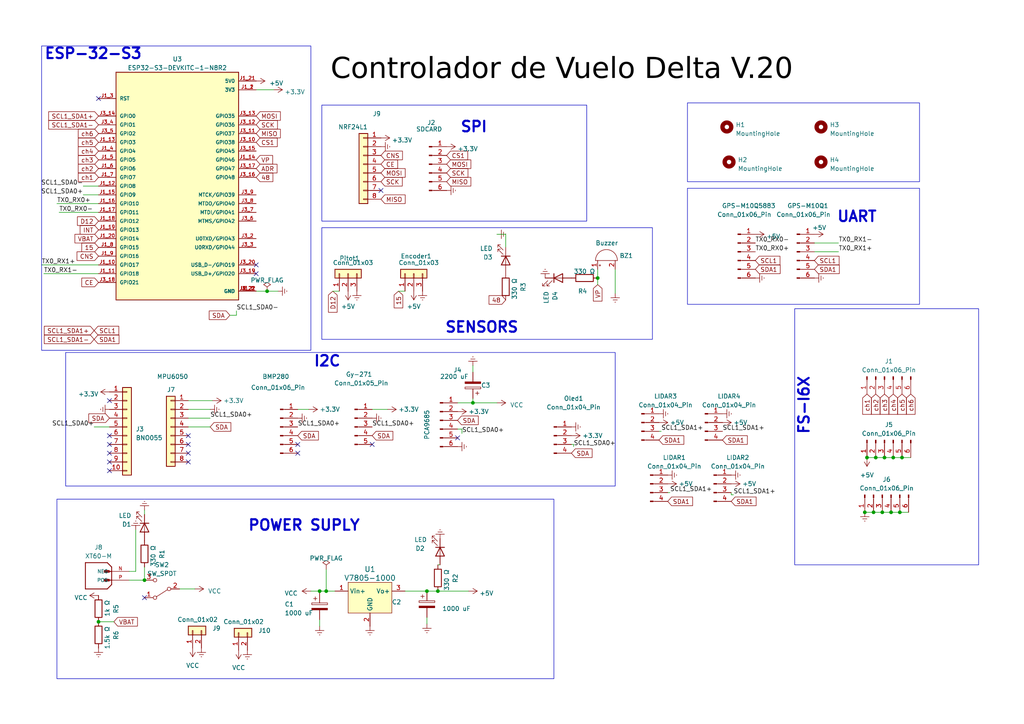
<source format=kicad_sch>
(kicad_sch (version 20231120) (generator "eeschema") (generator_version "8.0")
  (paper "A4")
  (lib_symbols
    (symbol "Connector:Conn_01x04_Pin" (pin_names (offset 1.016) hide)
      (property "Reference" "J" (at 0 5.08 0))
      (property "Value" "Conn_01x04_Pin" (at 0 -7.62 0))
      (symbol "Conn_01x04_Pin_1_1"
        (pin passive line (at 5.08 2.54 180) (length 3.81) (name "Pin_1") (number "1"))
        (pin passive line (at 5.08 0 180) (length 3.81) (name "Pin_2") (number "2"))
        (pin passive line (at 5.08 -2.54 180) (length 3.81) (name "Pin_3") (number "3"))
        (pin passive line (at 5.08 -5.08 180) (length 3.81) (name "Pin_4") (number "4"))
      )
    )
    (symbol "Connector:Conn_01x05_Pin" (pin_names (offset 1.016) hide)
      (property "Reference" "J" (at 0 7.62 0))
      (property "Value" "Conn_01x05_Pin" (at 0 -7.62 0))
      (symbol "Conn_01x05_Pin_1_1"
        (pin passive line (at 5.08 5.08 180) (length 3.81) (name "Pin_1") (number "1"))
        (pin passive line (at 5.08 2.54 180) (length 3.81) (name "Pin_2") (number "2"))
        (pin passive line (at 5.08 0 180) (length 3.81) (name "Pin_3") (number "3"))
        (pin passive line (at 5.08 -2.54 180) (length 3.81) (name "Pin_4") (number "4"))
        (pin passive line (at 5.08 -5.08 180) (length 3.81) (name "Pin_5") (number "5"))
      )
    )
    (symbol "Connector:Conn_01x06_Pin" (pin_names (offset 1.016) hide)
      (property "Reference" "J" (at 0 7.62 0))
      (property "Value" "Conn_01x06_Pin" (at 0 -10.16 0))
      (symbol "Conn_01x06_Pin_1_1"
        (pin passive line (at 5.08 5.08 180) (length 3.81) (name "Pin_1") (number "1"))
        (pin passive line (at 5.08 2.54 180) (length 3.81) (name "Pin_2") (number "2"))
        (pin passive line (at 5.08 0 180) (length 3.81) (name "Pin_3") (number "3"))
        (pin passive line (at 5.08 -2.54 180) (length 3.81) (name "Pin_4") (number "4"))
        (pin passive line (at 5.08 -5.08 180) (length 3.81) (name "Pin_5") (number "5"))
        (pin passive line (at 5.08 -7.62 180) (length 3.81) (name "Pin_6") (number "6"))
      )
    )
    (symbol "Connector_Generic:Conn_01x02" (pin_names (offset 1.016) hide)
      (property "Reference" "J" (at 0 2.54 0))
      (property "Value" "Conn_01x02" (at 0 -5.08 0))
      (symbol "Conn_01x02_1_1"
        (pin passive line (at -5.08 0 0) (length 3.81) (name "Pin_1") (number "1"))
        (pin passive line (at -5.08 -2.54 0) (length 3.81) (name "Pin_2") (number "2"))
      )
    )
    (symbol "Connector_Generic:Conn_01x03" (pin_names (offset 1.016) hide)
      (property "Reference" "J" (at 0 5.08 0))
      (property "Value" "Conn_01x03" (at 0 -5.08 0))
      (symbol "Conn_01x03_1_1"
        (pin passive line (at -5.08 2.54 0) (length 3.81) (name "Pin_1") (number "1"))
        (pin passive line (at -5.08 0 0) (length 3.81) (name "Pin_2") (number "2"))
        (pin passive line (at -5.08 -2.54 0) (length 3.81) (name "Pin_3") (number "3"))
      )
    )
    (symbol "Connector_Generic:Conn_01x08" (pin_names (offset 1.016) hide)
      (property "Reference" "J" (at 0 10.16 0))
      (property "Value" "Conn_01x08" (at 0 -12.7 0))
      (symbol "Conn_01x08_1_1"
        (pin passive line (at -5.08 7.62 0) (length 3.81) (name "Pin_1") (number "1"))
        (pin passive line (at -5.08 5.08 0) (length 3.81) (name "Pin_2") (number "2"))
        (pin passive line (at -5.08 2.54 0) (length 3.81) (name "Pin_3") (number "3"))
        (pin passive line (at -5.08 0 0) (length 3.81) (name "Pin_4") (number "4"))
        (pin passive line (at -5.08 -2.54 0) (length 3.81) (name "Pin_5") (number "5"))
        (pin passive line (at -5.08 -5.08 0) (length 3.81) (name "Pin_6") (number "6"))
        (pin passive line (at -5.08 -7.62 0) (length 3.81) (name "Pin_7") (number "7"))
        (pin passive line (at -5.08 -10.16 0) (length 3.81) (name "Pin_8") (number "8"))
      )
    )
    (symbol "Connector_Generic:Conn_01x10" (pin_names (offset 1.016) hide)
      (property "Reference" "J" (at 0 12.7 0))
      (property "Value" "Conn_01x10" (at 0 -15.24 0))
      (symbol "Conn_01x10_1_1"
        (pin passive line (at -5.08 10.16 0) (length 3.81) (name "Pin_1") (number "1"))
        (pin passive line (at -5.08 -12.7 0) (length 3.81) (name "Pin_10") (number "10"))
        (pin passive line (at -5.08 7.62 0) (length 3.81) (name "Pin_2") (number "2"))
        (pin passive line (at -5.08 5.08 0) (length 3.81) (name "Pin_3") (number "3"))
        (pin passive line (at -5.08 2.54 0) (length 3.81) (name "Pin_4") (number "4"))
        (pin passive line (at -5.08 0 0) (length 3.81) (name "Pin_5") (number "5"))
        (pin passive line (at -5.08 -2.54 0) (length 3.81) (name "Pin_6") (number "6"))
        (pin passive line (at -5.08 -5.08 0) (length 3.81) (name "Pin_7") (number "7"))
        (pin passive line (at -5.08 -7.62 0) (length 3.81) (name "Pin_8") (number "8"))
        (pin passive line (at -5.08 -10.16 0) (length 3.81) (name "Pin_9") (number "9"))
      )
    )
    (symbol "Device:Buzzer" (pin_names (offset 0.0254) hide)
      (property "Reference" "BZ" (at 3.81 1.27 0))
      (property "Value" "Buzzer" (at 3.81 -1.27 0))
      (symbol "Buzzer_1_1"
        (pin passive line (at -2.54 2.54 0) (length 2.54) (name "-") (number "1"))
        (pin passive line (at -2.54 -2.54 0) (length 2.54) (name "+") (number "2"))
      )
    )
    (symbol "Device:C_Polarized" (pin_numbers hide) (pin_names (offset 0.254))
      (property "Reference" "C" (at 0.635 2.54 0))
      (property "Value" "C_Polarized" (at 0.635 -2.54 0))
      (symbol "C_Polarized_1_1"
        (pin passive line (at 0 3.81 270) (length 2.794) (name "~") (number "1"))
        (pin passive line (at 0 -3.81 90) (length 2.794) (name "~") (number "2"))
      )
    )
    (symbol "Device:LED" (pin_numbers hide) (pin_names (offset 1.016) hide)
      (property "Reference" "D" (at 0 2.54 0))
      (property "Value" "LED" (at 0 -2.54 0))
      (symbol "LED_1_1"
        (pin passive line (at -3.81 0 0) (length 2.54) (name "K") (number "1"))
        (pin passive line (at 3.81 0 180) (length 2.54) (name "A") (number "2"))
      )
    )
    (symbol "Device:R" (pin_numbers hide) (pin_names (offset 0))
      (property "Reference" "R" (at 2.032 0 90))
      (property "Value" "R" (at 0 0 90))
      (symbol "R_1_1"
        (pin passive line (at 0 3.81 270) (length 1.27) (name "~") (number "1"))
        (pin passive line (at 0 -3.81 90) (length 1.27) (name "~") (number "2"))
      )
    )
    (symbol "Mechanical:MountingHole" (pin_names (offset 1.016))
      (property "Reference" "H" (at 0 5.08 0))
      (property "Value" "MountingHole" (at 0 3.175 0))
    )
    (symbol "Switch:SW_SPDT" (pin_names (offset 0) hide)
      (property "Reference" "SW" (at 0 4.318 0))
      (property "Value" "SW_SPDT" (at 0 -5.08 0))
      (symbol "SW_SPDT_1_1"
        (pin passive line (at 5.08 2.54 180) (length 2.54) (name "A") (number "1"))
        (pin passive line (at -5.08 0 0) (length 2.54) (name "B") (number "2"))
        (pin passive line (at 5.08 -2.54 180) (length 2.54) (name "C") (number "3"))
      )
    )
    (symbol "XT60-M:XT60-M" (pin_names (offset 1.016))
      (property "Reference" "J" (at 0 6.35 0))
      (property "Value" "XT60-M" (at 0 -5.08 0))
      (symbol "XT60-M_0_0"
        (pin passive line (at -5.08 0 0) (length 5.08) (name "NEG") (number "N"))
        (pin passive line (at -5.08 2.54 0) (length 5.08) (name "POS") (number "P"))
      )
    )
    (symbol "delta2:ESP32-S3-DEVKITC-1-N8R2" (pin_names (offset 1.016))
      (property "Reference" "U" (at -17.78 35.56 0))
      (property "Value" "ESP32-S3-DEVKITC-1-N8R2" (at -17.78 -35.56 0))
      (symbol "ESP32-S3-DEVKITC-1-N8R2_0_0"
        (pin power_in line (at 22.86 27.94 180) (length 5.08) (name "3V3") (number "J1_1"))
        (pin bidirectional line (at -22.86 -22.86 0) (length 5.08) (name "GPIO17") (number "J1_10"))
        (pin bidirectional line (at -22.86 -25.4 0) (length 5.08) (name "GPIO18") (number "J1_11"))
        (pin bidirectional line (at -22.86 0 0) (length 5.08) (name "GPIO8") (number "J1_12"))
        (pin bidirectional line (at -22.86 12.7 0) (length 5.08) (name "GPIO3") (number "J1_13"))
        (pin bidirectional line (at 22.86 7.62 180) (length 5.08) (name "GPIO46") (number "J1_14"))
        (pin bidirectional line (at -22.86 -2.54 0) (length 5.08) (name "GPIO9") (number "J1_15"))
        (pin bidirectional line (at -22.86 -5.08 0) (length 5.08) (name "GPIO10") (number "J1_16"))
        (pin bidirectional line (at -22.86 -7.62 0) (length 5.08) (name "GPIO11") (number "J1_17"))
        (pin bidirectional line (at -22.86 -10.16 0) (length 5.08) (name "GPIO12") (number "J1_18"))
        (pin bidirectional line (at -22.86 -12.7 0) (length 5.08) (name "GPIO13") (number "J1_19"))
        (pin power_in line (at 22.86 27.94 180) (length 5.08) (name "3V3") (number "J1_2"))
        (pin bidirectional line (at -22.86 -15.24 0) (length 5.08) (name "GPIO14") (number "J1_20"))
        (pin power_in line (at 22.86 30.48 180) (length 5.08) (name "5V0") (number "J1_21"))
        (pin power_in line (at 22.86 -30.48 180) (length 5.08) (name "GND") (number "J1_22"))
        (pin input line (at -22.86 25.4 0) (length 5.08) (name "RST") (number "J1_3"))
        (pin bidirectional line (at -22.86 10.16 0) (length 5.08) (name "GPIO4") (number "J1_4"))
        (pin bidirectional line (at -22.86 7.62 0) (length 5.08) (name "GPIO5") (number "J1_5"))
        (pin bidirectional line (at -22.86 5.08 0) (length 5.08) (name "GPIO6") (number "J1_6"))
        (pin bidirectional line (at -22.86 2.54 0) (length 5.08) (name "GPIO7") (number "J1_7"))
        (pin bidirectional line (at -22.86 -17.78 0) (length 5.08) (name "GPIO15") (number "J1_8"))
        (pin bidirectional line (at -22.86 -20.32 0) (length 5.08) (name "GPIO16") (number "J1_9"))
        (pin power_in line (at 22.86 -30.48 180) (length 5.08) (name "GND") (number "J3_1"))
        (pin bidirectional line (at 22.86 12.7 180) (length 5.08) (name "GPIO38") (number "J3_10"))
        (pin bidirectional line (at 22.86 15.24 180) (length 5.08) (name "GPIO37") (number "J3_11"))
        (pin bidirectional line (at 22.86 17.78 180) (length 5.08) (name "GPIO36") (number "J3_12"))
        (pin bidirectional line (at 22.86 20.32 180) (length 5.08) (name "GPIO35") (number "J3_13"))
        (pin bidirectional line (at -22.86 20.32 0) (length 5.08) (name "GPIO0") (number "J3_14"))
        (pin bidirectional line (at 22.86 10.16 180) (length 5.08) (name "GPIO45") (number "J3_15"))
        (pin bidirectional line (at 22.86 2.54 180) (length 5.08) (name "GPIO48") (number "J3_16"))
        (pin bidirectional line (at 22.86 5.08 180) (length 5.08) (name "GPIO47") (number "J3_17"))
        (pin bidirectional line (at -22.86 -27.94 0) (length 5.08) (name "GPIO21") (number "J3_18"))
        (pin bidirectional line (at 22.86 -25.4 180) (length 5.08) (name "USB_D+/GPIO20") (number "J3_19"))
        (pin bidirectional line (at 22.86 -15.24 180) (length 5.08) (name "U0TXD/GPIO43") (number "J3_2"))
        (pin bidirectional line (at 22.86 -22.86 180) (length 5.08) (name "USB_D-/GPIO19") (number "J3_20"))
        (pin power_in line (at 22.86 -30.48 180) (length 5.08) (name "GND") (number "J3_21"))
        (pin power_in line (at 22.86 -30.48 180) (length 5.08) (name "GND") (number "J3_22"))
        (pin bidirectional line (at 22.86 -17.78 180) (length 5.08) (name "U0RXD/GPIO44") (number "J3_3"))
        (pin bidirectional line (at -22.86 17.78 0) (length 5.08) (name "GPIO1") (number "J3_4"))
        (pin bidirectional line (at -22.86 15.24 0) (length 5.08) (name "GPIO2") (number "J3_5"))
        (pin bidirectional line (at 22.86 -10.16 180) (length 5.08) (name "MTMS/GPIO42") (number "J3_6"))
        (pin bidirectional line (at 22.86 -7.62 180) (length 5.08) (name "MTDI/GPIO41") (number "J3_7"))
        (pin bidirectional line (at 22.86 -5.08 180) (length 5.08) (name "MTDO/GPIO40") (number "J3_8"))
        (pin bidirectional line (at 22.86 -2.54 180) (length 5.08) (name "MTCK/GPIO39") (number "J3_9"))
      )
    )
    (symbol "dk_DC-DC-Converters:V7805-1000"
      (property "Reference" "U" (at -6.35 6.35 0))
      (property "Value" "V7805-1000" (at 1.27 -5.08 0))
      (symbol "V7805-1000_1_1"
        (pin power_in line (at -10.16 2.54 0) (length 3.81) (name "Vin+") (number "1"))
        (pin power_in line (at 0 -7.62 90) (length 3.81) (name "GND") (number "2"))
        (pin power_out line (at 10.16 2.54 180) (length 3.81) (name "Vo+") (number "3"))
      )
    )
    (symbol "power:+3.3V" (power) (pin_names (offset 0))
      (property "Value" "+3.3V" (at 0 3.556 0))
      (symbol "+3.3V_1_1"
        (pin power_in line (at 0 0 90) (length 0) hide (name "+3.3V") (number "1"))
      )
    )
    (symbol "power:+5V" (power) (pin_names (offset 0))
      (property "Value" "+5V" (at 0 3.556 0))
      (symbol "+5V_1_1"
        (pin power_in line (at 0 0 90) (length 0) hide (name "+5V") (number "1"))
      )
    )
    (symbol "power:Earth" (power) (pin_names (offset 0))
      (symbol "Earth_1_1"
        (pin power_in line (at 0 0 270) (length 0) hide (name "Earth") (number "1"))
      )
    )
    (symbol "power:PWR_FLAG" (power) (pin_numbers hide) (pin_names (offset 0) hide)
      (property "Value" "PWR_FLAG" (at 0 3.81 0))
      (symbol "PWR_FLAG_0_0"
        (pin power_out line (at 0 0 90) (length 0) (name "pwr") (number "1"))
      )
    )
    (symbol "power:VCC" (power) (pin_names (offset 0))
      (property "Value" "VCC" (at 0 3.81 0))
      (symbol "VCC_1_1"
        (pin power_in line (at 0 0 90) (length 0) hide (name "VCC") (number "1"))
      )
    )
  )
  (junction (at 259.08 132.715))
  (junction (at 254 132.715))
  (junction (at 137.16 116.84))
  (junction (at 173.355 80.645))
  (junction (at 253.365 148.59))
  (junction (at 261.62 132.715))
  (junction (at 123.825 171.45))
  (junction (at 256.54 132.715))
  (junction (at 250.825 148.59))
  (junction (at 258.445 148.59))
  (junction (at 260.985 148.59))
  (junction (at 28.575 180.34))
  (junction (at 41.91 168.275))
  (junction (at 127 171.45))
  (junction (at 251.46 132.715))
  (junction (at 92.71 171.45))
  (junction (at 77.47 84.455))
  (junction (at 255.905 148.59))
  (junction (at 94.615 171.45))
  (no_connect (at 31.75 116.205))
  (no_connect (at 31.75 136.525))
  (no_connect (at 54.61 128.905))
  (no_connect (at 28.575 28.575))
  (no_connect (at 31.75 131.445))
  (no_connect (at 31.75 133.985))
  (no_connect (at 54.61 126.365))
  (no_connect (at 31.75 128.905))
  (no_connect (at 110.49 55.245))
  (no_connect (at 74.295 76.835))
  (no_connect (at 31.75 126.365))
  (no_connect (at 41.91 173.355))
  (no_connect (at 54.61 131.445))
  (no_connect (at 86.36 131.445))
  (no_connect (at 54.61 133.985))
  (no_connect (at 107.95 128.905))
  (no_connect (at 86.36 128.905))
  (no_connect (at 74.295 79.375))
  (no_connect (at 132.715 127))
  (wire (pts (xy 212.725 143.51) (xy 212.09 143.51)))
  (wire (pts (xy 12.065 76.835) (xy 28.575 76.835)))
  (wire (pts (xy 39.37 165.735) (xy 39.37 153.67)))
  (wire (pts (xy 137.16 116.84) (xy 132.715 116.84)))
  (wire (pts (xy 28.575 180.34) (xy 33.02 180.34)))
  (wire (pts (xy 92.71 171.45) (xy 94.615 171.45)))
  (wire (pts (xy 250.825 148.59) (xy 253.365 148.59)))
  (wire (pts (xy 12.7 79.375) (xy 28.575 79.375)))
  (wire (pts (xy 137.16 106.045) (xy 137.16 107.95)))
  (wire (pts (xy 96.52 84.455) (xy 98.425 84.455)))
  (wire (pts (xy 133.985 124.46) (xy 132.715 124.46)))
  (wire (pts (xy 260.985 148.59) (xy 263.525 148.59)))
  (wire (pts (xy 94.615 165.1) (xy 94.615 171.45)))
  (wire (pts (xy 77.47 84.455) (xy 74.295 84.455)))
  (wire (pts (xy 86.36 118.745) (xy 89.535 118.745)))
  (wire (pts (xy 24.13 56.515) (xy 28.575 56.515)))
  (wire (pts (xy 68.58 91.44) (xy 66.675 91.44)))
  (wire (pts (xy 123.825 171.45) (xy 117.475 171.45)))
  (wire (pts (xy 24.13 53.975) (xy 28.575 53.975)))
  (wire (pts (xy 27.305 123.825) (xy 31.75 123.825)))
  (wire (pts (xy 37.465 168.275) (xy 41.91 168.275)))
  (wire (pts (xy 127 163.83) (xy 127.635 163.83)))
  (wire (pts (xy 92.71 172.085) (xy 92.71 171.45)))
  (wire (pts (xy 54.61 118.745) (xy 60.96 118.745)))
  (wire (pts (xy 107.95 118.745) (xy 112.395 118.745)))
  (wire (pts (xy 127 171.45) (xy 123.825 171.45)))
  (wire (pts (xy 37.465 165.735) (xy 39.37 165.735)))
  (wire (pts (xy 166.37 129.54) (xy 166.37 128.905)))
  (wire (pts (xy 178.435 85.09) (xy 178.435 78.105)))
  (wire (pts (xy 68.58 90.17) (xy 68.58 91.44)))
  (wire (pts (xy 90.17 171.45) (xy 92.71 171.45)))
  (wire (pts (xy 251.46 132.715) (xy 254 132.715)))
  (wire (pts (xy 74.295 26.035) (xy 79.375 26.035)))
  (wire (pts (xy 92.71 181.61) (xy 92.71 179.705)))
  (wire (pts (xy 243.205 73.025) (xy 236.22 73.025)))
  (wire (pts (xy 254 132.715) (xy 256.54 132.715)))
  (wire (pts (xy 137.16 115.57) (xy 137.16 116.84)))
  (wire (pts (xy 52.07 170.815) (xy 56.515 170.815)))
  (wire (pts (xy 243.205 70.485) (xy 236.22 70.485)))
  (wire (pts (xy 80.645 84.455) (xy 77.47 84.455)))
  (wire (pts (xy 54.61 116.205) (xy 61.595 116.205)))
  (wire (pts (xy 173.355 82.55) (xy 173.355 80.645)))
  (wire (pts (xy 41.91 168.275) (xy 41.91 164.465)))
  (wire (pts (xy 253.365 148.59) (xy 255.905 148.59)))
  (wire (pts (xy 115.57 84.455) (xy 117.475 84.455)))
  (wire (pts (xy 41.91 147.955) (xy 41.91 149.225)))
  (wire (pts (xy 54.61 123.825) (xy 60.96 123.825)))
  (wire (pts (xy 123.825 179.07) (xy 123.825 180.975)))
  (wire (pts (xy 173.355 80.645) (xy 173.355 78.105)))
  (wire (pts (xy 54.61 121.285) (xy 60.96 121.285)))
  (wire (pts (xy 94.615 171.45) (xy 97.155 171.45)))
  (wire (pts (xy 256.54 132.715) (xy 259.08 132.715)))
  (wire (pts (xy 191.77 125.095) (xy 191.135 125.095)))
  (wire (pts (xy 146.685 67.945) (xy 146.685 71.755)))
  (wire (pts (xy 258.445 148.59) (xy 260.985 148.59)))
  (wire (pts (xy 261.62 132.715) (xy 264.16 132.715)))
  (wire (pts (xy 133.985 125.73) (xy 133.985 124.46)))
  (wire (pts (xy 16.51 59.055) (xy 28.575 59.055)))
  (wire (pts (xy 194.31 142.875) (xy 193.675 142.875)))
  (wire (pts (xy 127 171.45) (xy 135.89 171.45)))
  (wire (pts (xy 144.145 67.945) (xy 146.685 67.945)))
  (wire (pts (xy 144.145 116.84) (xy 137.16 116.84)))
  (wire (pts (xy 28.575 61.595) (xy 17.145 61.595)))
  (wire (pts (xy 255.905 148.59) (xy 258.445 148.59)))
  (wire (pts (xy 166.37 128.905) (xy 165.735 128.905)))
  (wire (pts (xy 212.09 143.51) (xy 212.09 142.875)))
  (wire (pts (xy 259.08 132.715) (xy 261.62 132.715)))
  (rectangle (start 199.39 29.845) (end 266.7 52.705))
  (rectangle (start 93.345 30.48) (end 170.18 64.135))
  (rectangle (start 12.065 13.335) (end 90.17 101.6))
  (rectangle (start 230.505 89.535) (end 283.845 163.83))
  (rectangle (start 16.51 144.78) (end 160.655 196.85))
  (rectangle (start 199.39 54.61) (end 266.7 88.265))
  (rectangle (start 19.05 102.235) (end 178.435 140.97))
  (rectangle (start 93.345 66.04) (end 189.23 98.425))
  (text "I2C\n" (at 90.805 106.68 0) (effects (font (size 3.048 3.048) (thickness 0.6096) (bold yes)) (justify left bottom)))
  (text "UART\n" (at 242.57 64.77 0) (effects (font (size 3.048 3.048) (thickness 0.6096) (bold yes)) (justify left bottom)))
  (text "POWER SUPLY\n" (at 71.755 154.305 0) (effects (font (size 3.048 3.048) (thickness 0.6096) (bold yes)) (justify left bottom)))
  (text "SENSORS\n\n\n" (at 128.905 106.68 0) (effects (font (size 3.048 3.048) (thickness 0.6096) (bold yes)) (justify left bottom)))
  (text "FS-I6X" (at 234.95 126.365 90) (effects (font (size 3.048 3.048) (thickness 0.6096) (bold yes)) (justify left bottom)))
  (text "SPI\n" (at 133.35 38.735 0) (effects (font (size 3.048 3.048) (thickness 0.6096) (bold yes)) (justify left bottom)))
  (text "Controlador de Vuelo Delta V.20" (at 95.885 25.4 0) (effects (font (size 6 6)) (justify left bottom)))
  (text "ESP-32-S3\n\n\n" (at 12.7 27.305 0) (effects (font (size 3.048 3.048) (thickness 0.6096) (bold yes)) (justify left bottom)))
  (label "SCL1_SDA0+" (at 86.36 123.825 0))
  (label "SCL1_SDA0+" (at 60.96 121.285 0))
  (label "SCL1_SDA0+" (at 166.37 129.54 0))
  (label "TX0_RX0+" (at 219.075 73.025 0))
  (label "SCL1_SDA0+" (at 27.305 123.825 180))
  (label "SCL1_SDA0+" (at 133.985 125.73 0))
  (label "SCL1_SDA1+" (at 209.55 125.095 0))
  (label "TX0_RX1-" (at 243.205 70.485 0))
  (label "SCL1_SDA0-" (at 24.13 53.975 180))
  (label "SCL1_SDA1+" (at 191.77 125.095 0))
  (label "SCL1_SDA1+" (at 194.31 142.875 0))
  (label "TX0_RX0-" (at 17.145 61.595 0))
  (label "TX0_RX0+" (at 16.51 59.055 0))
  (label "TX0_RX1-" (at 12.7 79.375 0))
  (label "SCL1_SDA0-" (at 68.58 90.17 0))
  (label "TX0_RX1+" (at 243.205 73.025 0))
  (label "SCL1_SDA1+" (at 212.725 143.51 0))
  (label "SCL1_SDA0+" (at 107.95 123.825 0))
  (label "TX0_RX0-" (at 219.075 70.485 0))
  (label "TX0_RX1+" (at 12.065 76.835 0))
  (label "SCL1_SDA0+" (at 24.13 56.515 180))
  (global_label "CS1" (shape input) (at 129.54 45.085 0) (property "Intersheetrefs" "${INTERSHEET_REFS}" (effects (hide yes))))
  (global_label "SDA" (shape input) (at 31.75 121.285 180) (property "Intersheetrefs" "${INTERSHEET_REFS}" (effects (hide yes))))
  (global_label "VP" (shape input) (at 173.355 82.55 270) (property "Intersheetrefs" "${INTERSHEET_REFS}" (effects (hide yes))))
  (global_label "ch4" (shape input) (at 28.575 43.815 180) (property "Intersheetrefs" "${INTERSHEET_REFS}" (effects (hide yes))))
  (global_label "SDA" (shape input) (at 132.715 121.92 0) (property "Intersheetrefs" "${INTERSHEET_REFS}" (effects (hide yes))))
  (global_label "MOSI" (shape input) (at 129.54 47.625 0) (property "Intersheetrefs" "${INTERSHEET_REFS}" (effects (hide yes))))
  (global_label "ch1" (shape input) (at 28.575 51.435 180) (property "Intersheetrefs" "${INTERSHEET_REFS}" (effects (hide yes))))
  (global_label "SDA" (shape input) (at 165.735 131.445 0) (property "Intersheetrefs" "${INTERSHEET_REFS}" (effects (hide yes))))
  (global_label "ADR" (shape input) (at 74.295 48.895 0) (property "Intersheetrefs" "${INTERSHEET_REFS}" (effects (hide yes))))
  (global_label "VBAT" (shape input) (at 33.02 180.34 0) (property "Intersheetrefs" "${INTERSHEET_REFS}" (effects (hide yes))))
  (global_label "15" (shape input) (at 28.575 71.755 180) (property "Intersheetrefs" "${INTERSHEET_REFS}" (effects (hide yes))))
  (global_label "MOSI" (shape input) (at 74.295 33.655 0) (property "Intersheetrefs" "${INTERSHEET_REFS}" (effects (hide yes))))
  (global_label "VP" (shape input) (at 74.295 46.355 0) (property "Intersheetrefs" "${INTERSHEET_REFS}" (effects (hide yes))))
  (global_label "ch3" (shape input) (at 256.54 114.3 270) (property "Intersheetrefs" "${INTERSHEET_REFS}" (effects (hide yes))))
  (global_label "ch2" (shape input) (at 28.575 48.895 180) (property "Intersheetrefs" "${INTERSHEET_REFS}" (effects (hide yes))))
  (global_label "15" (shape input) (at 115.57 84.455 270) (property "Intersheetrefs" "${INTERSHEET_REFS}" (effects (hide yes))))
  (global_label "SDA" (shape input) (at 66.675 91.44 180) (property "Intersheetrefs" "${INTERSHEET_REFS}" (effects (hide yes))))
  (global_label "MISO" (shape input) (at 110.49 57.785 0) (property "Intersheetrefs" "${INTERSHEET_REFS}" (effects (hide yes))))
  (global_label "SDA1" (shape input) (at 212.09 145.415 0) (property "Intersheetrefs" "${INTERSHEET_REFS}" (effects (hide yes))))
  (global_label "MOSI" (shape input) (at 110.49 50.165 0) (property "Intersheetrefs" "${INTERSHEET_REFS}" (effects (hide yes))))
  (global_label "SCL1" (shape input) (at 27.305 95.885 0) (property "Intersheetrefs" "${INTERSHEET_REFS}" (effects (hide yes))))
  (global_label "ch6" (shape input) (at 264.16 114.3 270) (property "Intersheetrefs" "${INTERSHEET_REFS}" (effects (hide yes))))
  (global_label "SCL1_SDA1-" (shape input) (at 27.305 98.425 180) (property "Intersheetrefs" "${INTERSHEET_REFS}" (effects (hide yes))))
  (global_label "48" (shape input) (at 74.295 51.435 0) (property "Intersheetrefs" "${INTERSHEET_REFS}" (effects (hide yes))))
  (global_label "SCL1_SDA1+" (shape input) (at 28.575 33.655 180) (property "Intersheetrefs" "${INTERSHEET_REFS}" (effects (hide yes))))
  (global_label "SDA" (shape input) (at 86.36 126.365 0) (property "Intersheetrefs" "${INTERSHEET_REFS}" (effects (hide yes))))
  (global_label "SCL1_SDA1+" (shape input) (at 27.305 95.885 180) (property "Intersheetrefs" "${INTERSHEET_REFS}" (effects (hide yes))))
  (global_label "ch5" (shape input) (at 261.62 114.3 270) (property "Intersheetrefs" "${INTERSHEET_REFS}" (effects (hide yes))))
  (global_label "48" (shape input) (at 146.685 86.995 180) (property "Intersheetrefs" "${INTERSHEET_REFS}" (effects (hide yes))))
  (global_label "D12" (shape input) (at 28.575 64.135 180) (property "Intersheetrefs" "${INTERSHEET_REFS}" (effects (hide yes))))
  (global_label "ch6" (shape input) (at 28.575 38.735 180) (property "Intersheetrefs" "${INTERSHEET_REFS}" (effects (hide yes))))
  (global_label "CE" (shape input) (at 110.49 47.625 0) (property "Intersheetrefs" "${INTERSHEET_REFS}" (effects (hide yes))))
  (global_label "SDA1" (shape input) (at 193.675 145.415 0) (property "Intersheetrefs" "${INTERSHEET_REFS}" (effects (hide yes))))
  (global_label "SDA1" (shape input) (at 27.305 98.425 0) (property "Intersheetrefs" "${INTERSHEET_REFS}" (effects (hide yes))))
  (global_label "ch4" (shape input) (at 259.08 114.3 270) (property "Intersheetrefs" "${INTERSHEET_REFS}" (effects (hide yes))))
  (global_label "CE" (shape input) (at 28.575 81.915 180) (property "Intersheetrefs" "${INTERSHEET_REFS}" (effects (hide yes))))
  (global_label "MISO" (shape input) (at 74.295 38.735 0) (property "Intersheetrefs" "${INTERSHEET_REFS}" (effects (hide yes))))
  (global_label "CS1" (shape input) (at 74.295 41.275 0) (property "Intersheetrefs" "${INTERSHEET_REFS}" (effects (hide yes))))
  (global_label "SCL1" (shape input) (at 236.22 75.565 0) (property "Intersheetrefs" "${INTERSHEET_REFS}" (effects (hide yes))))
  (global_label "MISO" (shape input) (at 129.54 52.705 0) (property "Intersheetrefs" "${INTERSHEET_REFS}" (effects (hide yes))))
  (global_label "D12" (shape input) (at 96.52 84.455 270) (property "Intersheetrefs" "${INTERSHEET_REFS}" (effects (hide yes))))
  (global_label "ch5" (shape input) (at 28.575 41.275 180) (property "Intersheetrefs" "${INTERSHEET_REFS}" (effects (hide yes))))
  (global_label "ch1" (shape input) (at 251.46 114.3 270) (property "Intersheetrefs" "${INTERSHEET_REFS}" (effects (hide yes))))
  (global_label "CNS" (shape input) (at 110.49 45.085 0) (property "Intersheetrefs" "${INTERSHEET_REFS}" (effects (hide yes))))
  (global_label "SCK" (shape input) (at 129.54 50.165 0) (property "Intersheetrefs" "${INTERSHEET_REFS}" (effects (hide yes))))
  (global_label "ch3" (shape input) (at 28.575 46.355 180) (property "Intersheetrefs" "${INTERSHEET_REFS}" (effects (hide yes))))
  (global_label "SCK" (shape input) (at 74.295 36.195 0) (property "Intersheetrefs" "${INTERSHEET_REFS}" (effects (hide yes))))
  (global_label "SDA1" (shape input) (at 219.075 78.105 0) (property "Intersheetrefs" "${INTERSHEET_REFS}" (effects (hide yes))))
  (global_label "SCK" (shape input) (at 110.49 52.705 0) (property "Intersheetrefs" "${INTERSHEET_REFS}" (effects (hide yes))))
  (global_label "SCL1_SDA1-" (shape input) (at 28.575 36.195 180) (property "Intersheetrefs" "${INTERSHEET_REFS}" (effects (hide yes))))
  (global_label "SDA1" (shape input) (at 191.135 127.635 0) (property "Intersheetrefs" "${INTERSHEET_REFS}" (effects (hide yes))))
  (global_label "ch2" (shape input) (at 254 114.3 270) (property "Intersheetrefs" "${INTERSHEET_REFS}" (effects (hide yes))))
  (global_label "SDA1" (shape input) (at 209.55 127.635 0) (property "Intersheetrefs" "${INTERSHEET_REFS}" (effects (hide yes))))
  (global_label "CNS" (shape input) (at 28.575 74.295 180) (property "Intersheetrefs" "${INTERSHEET_REFS}" (effects (hide yes))))
  (global_label "SDA" (shape input) (at 60.96 123.825 0) (property "Intersheetrefs" "${INTERSHEET_REFS}" (effects (hide yes))))
  (global_label "SCL1" (shape input) (at 219.075 75.565 0) (property "Intersheetrefs" "${INTERSHEET_REFS}" (effects (hide yes))))
  (global_label "INT" (shape input) (at 28.575 66.675 180) (property "Intersheetrefs" "${INTERSHEET_REFS}" (effects (hide yes))))
  (global_label "SDA" (shape input) (at 107.95 126.365 0) (property "Intersheetrefs" "${INTERSHEET_REFS}" (effects (hide yes))))
  (global_label "VBAT" (shape input) (at 28.575 69.215 180) (property "Intersheetrefs" "${INTERSHEET_REFS}" (effects (hide yes))))
  (global_label "SDA1" (shape input) (at 236.22 78.105 0) (property "Intersheetrefs" "${INTERSHEET_REFS}" (effects (hide yes))))
  (symbol (lib_id "power:+5V") (at 135.89 171.45 270) (unit 1)
    (property "Reference" "#PWR022" (effects (hide yes)))
    (property "Value" "+5V" (at 139.065 172.085 90) (effects (justify left)))
  )
  (symbol (lib_id "power:Earth") (at 28.575 187.96 0) (unit 1)
    (property "Reference" "#PWR052" (effects (hide yes)))
    (property "Value" "Earth" (effects (hide yes)))
  )
  (symbol (lib_id "power:Earth") (at 86.36 121.285 90) (unit 1)
    (property "Reference" "#PWR015" (effects (hide yes)))
    (property "Value" "Earth" (effects (hide yes)))
  )
  (symbol (lib_id "power:Earth") (at 137.16 106.045 180) (unit 1)
    (property "Reference" "#PWR027" (effects (hide yes)))
    (property "Value" "Earth" (effects (hide yes)))
  )
  (symbol (lib_id "Connector:Conn_01x06_Pin") (at 231.14 73.025 0) (unit 1)
    (property "Reference" "GPS-M10Q1" (at 234.315 59.69 0))
    (property "Value" "Conn_01x06_Pin" (at 233.045 62.23 0))
    (property "Footprint" "Connector_JST:JST_EH_B6B-EH-A_1x06_P2.50mm_Vertical" (effects (hide yes)))
  )
  (symbol (lib_id "power:Earth") (at 110.49 42.545 90) (unit 1)
    (property "Reference" "#PWR017" (effects (hide yes)))
    (property "Value" "Earth" (effects (hide yes)))
  )
  (symbol (lib_id "Device:LED") (at 41.91 153.035 270) (unit 1)
    (property "Reference" "D1" (at 38.1 152.0825 90) (effects (justify right)))
    (property "Value" "LED" (at 38.1 149.5425 90) (effects (justify right)))
    (property "Footprint" "LED_SMD:LED_0402_1005Metric" (effects (hide yes)))
  )
  (symbol (lib_id "power:VCC") (at 56.515 170.815 270) (unit 1)
    (property "Reference" "#PWR06" (effects (hide yes)))
    (property "Value" "VCC" (at 60.325 171.45 90) (effects (justify left)))
  )
  (symbol (lib_id "Device:LED") (at 161.925 80.645 0) (unit 1)
    (property "Reference" "D4" (at 160.9725 84.455 90) (effects (justify right)))
    (property "Value" "LED" (at 158.4325 84.455 90) (effects (justify right)))
    (property "Footprint" "LED_SMD:LED_0402_1005Metric" (effects (hide yes)))
  )
  (symbol (lib_id "power:+3.3V") (at 31.75 113.665 90) (unit 1)
    (property "Reference" "#PWR032" (effects (hide yes)))
    (property "Value" "+3.3V" (at 28.575 114.3 90) (effects (justify left)))
  )
  (symbol (lib_id "Connector:Conn_01x06_Pin") (at 256.54 109.22 90) (mirror x) (unit 1)
    (property "Reference" "J1" (at 257.81 104.775 90))
    (property "Value" "Conn_01x06_Pin" (at 257.81 107.315 90))
    (property "Footprint" "Connector_JST:JST_EH_B6B-EH-A_1x06_P2.50mm_Vertical" (effects (hide yes)))
  )
  (symbol (lib_id "Connector:Conn_01x04_Pin") (at 186.055 122.555 0) (unit 1)
    (property "Reference" "LIDAR3" (at 193.04 114.935 0))
    (property "Value" "Conn_01x04_Pin" (at 193.04 117.475 0))
    (property "Footprint" "Connector_JST:JST_EH_B4B-EH-A_1x04_P2.50mm_Vertical" (effects (hide yes)))
  )
  (symbol (lib_id "power:Earth") (at 92.71 181.61 0) (unit 1)
    (property "Reference" "#PWR024" (effects (hide yes)))
    (property "Value" "Earth" (effects (hide yes)))
  )
  (symbol (lib_id "Device:LED") (at 127.635 160.02 270) (unit 1)
    (property "Reference" "D2" (at 123.19 159.0675 90) (effects (justify right)))
    (property "Value" "LED" (at 123.825 156.5275 90) (effects (justify right)))
    (property "Footprint" "LED_SMD:LED_0402_1005Metric" (effects (hide yes)))
  )
  (symbol (lib_id "Device:R") (at 41.91 160.655 180) (unit 1)
    (property "Reference" "R1" (at 46.99 159.385 90) (effects (justify left)))
    (property "Value" "330 Ω" (at 44.45 158.115 90) (effects (justify left)))
    (property "Footprint" "Resistor_SMD:R_0603_1608Metric" (effects (hide yes)))
  )
  (symbol (lib_id "power:Earth") (at 31.75 118.745 270) (unit 1)
    (property "Reference" "#PWR033" (effects (hide yes)))
    (property "Value" "Earth" (effects (hide yes)))
  )
  (symbol (lib_id "Connector:Conn_01x06_Pin") (at 81.28 123.825 0) (unit 1)
    (property "Reference" "BMP280" (at 80.01 109.22 0))
    (property "Value" "Conn_01x06_Pin" (at 80.645 112.395 0))
    (property "Footprint" "Library:module_bme280" (effects (hide yes)))
  )
  (symbol (lib_id "power:+5V") (at 120.015 84.455 180) (unit 1)
    (property "Reference" "#PWR038" (effects (hide yes)))
    (property "Value" "+5V" (at 120.015 88.9 0))
  )
  (symbol (lib_id "power:+3.3V") (at 110.49 40.005 270) (unit 1)
    (property "Reference" "#PWR016" (effects (hide yes)))
    (property "Value" "+3.3V" (at 113.665 40.64 90) (effects (justify left)))
  )
  (symbol (lib_id "Mechanical:MountingHole") (at 210.82 36.83 0) (unit 1)
    (property "Reference" "H1" (at 213.36 36.195 0) (effects (justify left)))
    (property "Value" "MountingHole" (at 213.36 38.735 0) (effects (justify left)))
    (property "Footprint" "MountingHole:MountingHole_3mm_Pad" (effects (hide yes)))
  )
  (symbol (lib_id "power:Earth") (at 165.735 123.825 90) (unit 1)
    (property "Reference" "#PWR028" (effects (hide yes)))
    (property "Value" "Earth" (effects (hide yes)))
  )
  (symbol (lib_id "power:VCC") (at 28.575 172.72 90) (unit 1)
    (property "Reference" "#PWR053" (effects (hide yes)))
    (property "Value" "VCC" (at 25.4 173.355 90) (effects (justify left)))
  )
  (symbol (lib_id "Connector:Conn_01x06_Pin") (at 127.635 121.92 0) (unit 1)
    (property "Reference" "J4" (at 132.715 107.315 0))
    (property "Value" "PCA9685" (at 123.825 123.19 90))
    (property "Footprint" "Library:PCA 9685" (effects (hide yes)))
  )
  (symbol (lib_id "Connector:Conn_01x06_Pin") (at 124.46 47.625 0) (unit 1)
    (property "Reference" "J2" (at 125.095 35.56 0))
    (property "Value" "SDCARD" (at 124.46 37.465 0))
    (property "Footprint" "Connector_PinSocket_2.54mm:PinSocket_1x06_P2.54mm_Vertical" (effects (hide yes)))
  )
  (symbol (lib_id "power:+5V") (at 191.135 122.555 270) (unit 1)
    (property "Reference" "#PWR055" (effects (hide yes)))
    (property "Value" "+5V" (at 194.31 122.555 90) (effects (justify left)))
  )
  (symbol (lib_id "power:Earth") (at 129.54 55.245 90) (unit 1)
    (property "Reference" "#PWR02" (effects (hide yes)))
    (property "Value" "Earth" (effects (hide yes)))
  )
  (symbol (lib_id "power:Earth") (at 39.37 153.67 180) (unit 1)
    (property "Reference" "#PWR018" (effects (hide yes)))
    (property "Value" "Earth" (effects (hide yes)))
  )
  (symbol (lib_id "power:Earth") (at 191.135 120.015 90) (unit 1)
    (property "Reference" "#PWR054" (effects (hide yes)))
    (property "Value" "Earth" (effects (hide yes)))
  )
  (symbol (lib_id "Connector:Conn_01x04_Pin") (at 207.01 140.335 0) (unit 1)
    (property "Reference" "LIDAR2" (at 213.995 132.715 0))
    (property "Value" "Conn_01x04_Pin" (at 213.995 135.255 0))
    (property "Footprint" "Connector_JST:JST_EH_B4B-EH-A_1x04_P2.50mm_Vertical" (effects (hide yes)))
  )
  (symbol (lib_id "power:+5V") (at 193.675 140.335 270) (unit 1)
    (property "Reference" "#PWR037" (effects (hide yes)))
    (property "Value" "+5V" (at 196.85 140.335 90) (effects (justify left)))
  )
  (symbol (lib_id "power:PWR_FLAG") (at 77.47 84.455 0) (unit 1)
    (property "Reference" "#FLG01" (effects (hide yes)))
    (property "Value" "PWR_FLAG" (at 77.47 81.28 0))
  )
  (symbol (lib_id "power:+3.3V") (at 89.535 118.745 270) (unit 1)
    (property "Reference" "#PWR014" (effects (hide yes)))
    (property "Value" "+3.3V" (at 92.71 118.745 90) (effects (justify left)))
  )
  (symbol (lib_id "Connector:Conn_01x06_Pin") (at 256.54 127.635 90) (mirror x) (unit 1)
    (property "Reference" "J5" (at 257.81 123.19 90))
    (property "Value" "Conn_01x06_Pin" (at 257.81 125.73 90))
    (property "Footprint" "Connector_JST:JST_EH_B6B-EH-A_1x06_P2.50mm_Vertical" (effects (hide yes)))
  )
  (symbol (lib_id "Mechanical:MountingHole") (at 238.125 46.99 0) (unit 1)
    (property "Reference" "H4" (at 240.665 46.355 0) (effects (justify left)))
    (property "Value" "MountingHole" (at 240.665 48.895 0) (effects (justify left)))
    (property "Footprint" "MountingHole:MountingHole_3mm_Pad" (effects (hide yes)))
  )
  (symbol (lib_id "power:Earth") (at 193.675 137.795 90) (unit 1)
    (property "Reference" "#PWR036" (effects (hide yes)))
    (property "Value" "Earth" (effects (hide yes)))
  )
  (symbol (lib_id "Device:C_Polarized") (at 123.825 175.26 0) (unit 1)
    (property "Reference" "C2" (at 113.665 174.625 0) (effects (justify left)))
    (property "Value" "1000 uF" (at 128.27 176.53 0) (effects (justify left)))
    (property "Footprint" "Capacitor_SMD:CP_Elec_10x12.6" (effects (hide yes)))
  )
  (symbol (lib_id "Connector:Conn_01x06_Pin") (at 213.995 73.025 0) (unit 1)
    (property "Reference" "GPS-M10Q5883" (at 217.17 59.69 0))
    (property "Value" "Conn_01x06_Pin" (at 215.9 62.23 0))
    (property "Footprint" "Connector_JST:JST_EH_B6B-EH-A_1x06_P2.50mm_Vertical" (effects (hide yes)))
  )
  (symbol (lib_id "dk_DC-DC-Converters:V7805-1000") (at 107.315 173.99 0) (unit 1)
    (property "Reference" "U1" (at 107.315 165.1 0) (effects (font (size 1.524 1.524))))
    (property "Value" "V7805-1000" (at 107.315 167.64 0) (effects (font (size 1.524 1.524))))
    (property "Footprint" "digikey-footprints:3-SIP_Module_V7805-1000" (effects (hide yes)))
    (property "Datasheet" "https://www.cui.com/product/resource/digikeypdf/v78xx-1000.pdf" (effects (hide yes)))
    (property "Description" "DC DC CONVERTER 5V 5W" (effects (hide yes)))
    (property "Digi-Key_PN" "102-1715-ND" (effects (hide yes)))
    (property "MPN" "V7805-1000" (effects (hide yes)))
    (property "Category" "Power Supplies - Board Mount" (effects (hide yes)))
    (property "Family" "DC DC Converters" (effects (hide yes)))
    (property "DK_Datasheet_Link" "https://www.cui.com/product/resource/digikeypdf/v78xx-1000.pdf" (effects (hide yes)))
    (property "DK_Detail_Page" "/product-detail/en/cui-inc/V7805-1000/102-1715-ND/1828608" (effects (hide yes)))
    (property "Manufacturer" "CUI Inc." (effects (hide yes)))
    (property "Status" "Active" (effects (hide yes)))
  )
  (symbol (lib_id "power:Earth") (at 144.145 67.945 90) (unit 1)
    (property "Reference" "#PWR040" (effects (hide yes)))
    (property "Value" "Earth" (effects (hide yes)))
  )
  (symbol (lib_id "Connector_Generic:Conn_01x03") (at 100.965 79.375 90) (unit 1)
    (property "Reference" "Pitot1" (at 98.425 74.93 90) (effects (justify right)))
    (property "Value" "Conn_01x03" (at 96.52 76.2 90) (effects (justify right)))
    (property "Footprint" "Connector_JST:JST_EH_B3B-EH-A_1x03_P2.50mm_Vertical" (effects (hide yes)))
  )
  (symbol (lib_id "Connector:Conn_01x05_Pin") (at 102.87 123.825 0) (unit 1)
    (property "Reference" "Gy-271" (at 104.14 108.585 0))
    (property "Value" "Conn_01x05_Pin" (at 104.775 111.125 0))
    (property "Footprint" "Library:Hmc5883l Gy271" (effects (hide yes)))
  )
  (symbol (lib_id "power:+5V") (at 209.55 122.555 270) (unit 1)
    (property "Reference" "#PWR057" (effects (hide yes)))
    (property "Value" "+5V" (at 212.725 122.555 90) (effects (justify left)))
  )
  (symbol (lib_id "Connector_Generic:Conn_01x08") (at 105.41 47.625 0) (mirror y) (unit 1)
    (property "Reference" "NRF24L1" (at 106.68 36.83 0) (effects (justify left)))
    (property "Value" "J9" (at 110.49 33.02 0) (effects (justify left)))
    (property "Footprint" "Connector_PinSocket_2.54mm:PinSocket_2x04_P2.54mm_Vertical" (effects (hide yes)))
  )
  (symbol (lib_id "power:VCC") (at 90.17 171.45 90) (unit 1)
    (property "Reference" "#PWR021" (effects (hide yes)))
    (property "Value" "VCC" (at 86.36 172.085 90) (effects (justify left)))
  )
  (symbol (lib_id "XT60-M:XT60-M") (at 32.385 165.735 180) (unit 1)
    (property "Reference" "J8" (at 28.575 158.75 0))
    (property "Value" "XT60-M" (at 28.575 161.29 0))
    (property "Footprint" "Library:AMASS_XT60-M" (effects (hide yes)))
    (property "Description" "\nPlug; DC supply; XT60; male; PIN: 2; for cable; soldered; 30A; 500V\n" (effects (hide yes)))
    (property "MF" "AMASS" (effects (hide yes)))
    (property "MAXIMUM_PACKAGE_HEIGHT" "16.00 mm" (effects (hide yes)))
    (property "Package" "Package" (effects (hide yes)))
    (property "Price" "None" (effects (hide yes)))
    (property "Check_prices" "https://www.snapeda.com/parts/XT60-M/AMASS/view-part/?ref=eda" (effects (hide yes)))
    (property "STANDARD" "IPC 7351B" (effects (hide yes)))
    (property "PARTREV" "V1.2" (effects (hide yes)))
    (property "SnapEDA_Link" "https://www.snapeda.com/parts/XT60-M/AMASS/view-part/?ref=snap" (effects (hide yes)))
    (property "MP" "XT60-M" (effects (hide yes)))
    (property "Availability" "Not in stock" (effects (hide yes)))
    (property "MANUFACTURER" "AMASS" (effects (hide yes)))
  )
  (symbol (lib_id "Connector:Conn_01x04_Pin") (at 204.47 122.555 0) (unit 1)
    (property "Reference" "LIDAR4" (at 211.455 114.935 0))
    (property "Value" "Conn_01x04_Pin" (at 211.455 117.475 0))
    (property "Footprint" "Connector_JST:JST_EH_B4B-EH-A_1x04_P2.50mm_Vertical" (effects (hide yes)))
  )
  (symbol (lib_id "Connector:Conn_01x04_Pin") (at 188.595 140.335 0) (unit 1)
    (property "Reference" "LIDAR1" (at 195.58 132.715 0))
    (property "Value" "Conn_01x04_Pin" (at 195.58 135.255 0))
    (property "Footprint" "Connector_JST:JST_EH_B4B-EH-A_1x04_P2.50mm_Vertical" (effects (hide yes)))
  )
  (symbol (lib_id "power:Earth") (at 58.42 187.96 0) (unit 1)
    (property "Reference" "#PWR045" (effects (hide yes)))
    (property "Value" "Earth" (effects (hide yes)))
  )
  (symbol (lib_id "Device:R") (at 146.685 83.185 180) (unit 1)
    (property "Reference" "R3" (at 151.765 81.915 90) (effects (justify left)))
    (property "Value" "330 Ω" (at 149.225 80.645 90) (effects (justify left)))
    (property "Footprint" "Resistor_SMD:R_0805_2012Metric" (effects (hide yes)))
  )
  (symbol (lib_id "Mechanical:MountingHole") (at 211.455 46.99 0) (unit 1)
    (property "Reference" "H2" (at 213.995 46.355 0) (effects (justify left)))
    (property "Value" "MountingHole" (at 213.995 48.895 0) (effects (justify left)))
    (property "Footprint" "MountingHole:MountingHole_3mm_Pad" (effects (hide yes)))
  )
  (symbol (lib_id "Device:Buzzer") (at 175.895 75.565 90) (unit 1)
    (property "Reference" "BZ1" (at 179.705 74.1749 90) (effects (justify right)))
    (property "Value" "Buzzer" (at 172.72 70.485 90) (effects (justify right)))
    (property "Footprint" "Buzzer_Beeper:Buzzer_15x7.5RM7.6" (effects (hide yes)))
  )
  (symbol (lib_id "Connector:Conn_01x06_Pin") (at 255.905 143.51 90) (mirror x) (unit 1)
    (property "Reference" "J6" (at 257.175 139.065 90))
    (property "Value" "Conn_01x06_Pin" (at 257.175 141.605 90))
    (property "Footprint" "Connector_JST:JST_EH_B6B-EH-A_1x06_P2.50mm_Vertical" (effects (hide yes)))
  )
  (symbol (lib_id "Connector_Generic:Conn_01x03") (at 120.015 79.375 90) (unit 1)
    (property "Reference" "Encoder1" (at 116.205 74.295 90) (effects (justify right)))
    (property "Value" "Conn_01x03" (at 115.57 76.2 90) (effects (justify right)))
    (property "Footprint" "Connector_JST:JST_EH_B3B-EH-A_1x03_P2.50mm_Vertical" (effects (hide yes)))
  )
  (symbol (lib_id "power:+5V") (at 219.075 67.945 270) (unit 1)
    (property "Reference" "#PWR025" (effects (hide yes)))
    (property "Value" "+5V" (at 222.25 68.58 90) (effects (justify left)))
  )
  (symbol (lib_id "power:+3.3V") (at 129.54 42.545 270) (unit 1)
    (property "Reference" "#PWR01" (effects (hide yes)))
    (property "Value" "+3.3V" (at 132.715 43.18 90) (effects (justify left)))
  )
  (symbol (lib_id "Device:C_Polarized") (at 92.71 175.895 0) (unit 1)
    (property "Reference" "C1" (at 82.55 175.26 0) (effects (justify left)))
    (property "Value" "1000 uF" (at 82.55 177.8 0) (effects (justify left)))
    (property "Footprint" "Capacitor_SMD:CP_Elec_10x12.6" (effects (hide yes)))
  )
  (symbol (lib_id "power:Earth") (at 219.075 80.645 90) (unit 1)
    (property "Reference" "#PWR031" (effects (hide yes)))
    (property "Value" "Earth" (effects (hide yes)))
  )
  (symbol (lib_id "Connector_Generic:Conn_01x02") (at 69.215 183.515 90) (unit 1)
    (property "Reference" "J10" (at 74.93 182.88 90) (effects (justify right)))
    (property "Value" "Conn_01x02" (at 64.77 180.34 90) (effects (justify right)))
    (property "Footprint" "Connector_JST:JST_EH_B2B-EH-A_1x02_P2.50mm_Vertical" (effects (hide yes)))
  )
  (symbol (lib_id "power:Earth") (at 178.435 85.09 0) (unit 1)
    (property "Reference" "#PWR042" (effects (hide yes)))
    (property "Value" "Earth" (effects (hide yes)))
  )
  (symbol (lib_id "Connector:Conn_01x04_Pin") (at 160.655 126.365 0) (unit 1)
    (property "Reference" "Oled1" (at 166.37 115.57 0))
    (property "Value" "Conn_01x04_Pin" (at 166.37 118.11 0))
    (property "Footprint" "Library:OLED" (effects (hide yes)))
  )
  (symbol (lib_id "power:+3.3V") (at 61.595 116.205 270) (unit 1)
    (property "Reference" "#PWR010" (effects (hide yes)))
    (property "Value" "+3.3V" (at 64.77 116.205 90) (effects (justify left)))
  )
  (symbol (lib_id "power:VCC") (at 55.88 187.96 180) (unit 1)
    (property "Reference" "#PWR044" (effects (hide yes)))
    (property "Value" "VCC" (at 55.88 193.04 0))
  )
  (symbol (lib_id "power:Earth") (at 212.09 137.795 90) (unit 1)
    (property "Reference" "#PWR050" (effects (hide yes)))
    (property "Value" "Earth" (effects (hide yes)))
  )
  (symbol (lib_id "power:Earth") (at 127.635 156.21 180) (unit 1)
    (property "Reference" "#PWR041" (effects (hide yes)))
    (property "Value" "Earth" (effects (hide yes)))
  )
  (symbol (lib_id "power:Earth") (at 123.825 180.975 0) (unit 1)
    (property "Reference" "#PWR026" (effects (hide yes)))
    (property "Value" "Earth" (effects (hide yes)))
  )
  (symbol (lib_id "Device:R") (at 28.575 176.53 180) (unit 1)
    (property "Reference" "R5" (at 33.655 175.26 90) (effects (justify left)))
    (property "Value" "1k Ω" (at 31.115 173.99 90) (effects (justify left)))
    (property "Footprint" "Resistor_SMD:R_0603_1608Metric" (effects (hide yes)))
  )
  (symbol (lib_id "Device:R") (at 169.545 80.645 270) (unit 1)
    (property "Reference" "R4" (at 167.64 84.455 90) (effects (justify left)))
    (property "Value" "330 Ω" (at 166.37 78.74 90) (effects (justify left)))
    (property "Footprint" "Resistor_SMD:R_0805_2012Metric" (effects (hide yes)))
  )
  (symbol (lib_id "power:Earth") (at 41.91 147.955 180) (unit 1)
    (property "Reference" "#PWR019" (effects (hide yes)))
    (property "Value" "Earth" (effects (hide yes)))
  )
  (symbol (lib_id "power:Earth") (at 71.755 188.595 0) (unit 1)
    (property "Reference" "#PWR047" (effects (hide yes)))
    (property "Value" "Earth" (effects (hide yes)))
  )
  (symbol (lib_id "Connector_Generic:Conn_01x02") (at 55.88 182.88 90) (unit 1)
    (property "Reference" "J9" (at 61.595 182.245 90) (effects (justify right)))
    (property "Value" "Conn_01x02" (at 51.435 179.705 90) (effects (justify right)))
    (property "Footprint" "Connector_JST:JST_EH_B2B-EH-A_1x02_P2.50mm_Vertical" (effects (hide yes)))
  )
  (symbol (lib_id "power:Earth") (at 107.315 181.61 0) (unit 1)
    (property "Reference" "#PWR023" (effects (hide yes)))
    (property "Value" "Earth" (effects (hide yes)))
  )
  (symbol (lib_id "power:+5V") (at 212.09 140.335 270) (unit 1)
    (property "Reference" "#PWR051" (effects (hide yes)))
    (property "Value" "+5V" (at 215.265 140.335 90) (effects (justify left)))
  )
  (symbol (lib_id "power:VCC") (at 69.215 188.595 180) (unit 1)
    (property "Reference" "#PWR046" (effects (hide yes)))
    (property "Value" "VCC" (at 69.215 193.675 0))
  )
  (symbol (lib_id "Mechanical:MountingHole") (at 238.125 36.83 0) (unit 1)
    (property "Reference" "H3" (at 240.665 36.195 0) (effects (justify left)))
    (property "Value" "MountingHole" (at 240.665 38.735 0) (effects (justify left)))
    (property "Footprint" "MountingHole:MountingHole_3mm_Pad" (effects (hide yes)))
  )
  (symbol (lib_id "power:+3.3V") (at 112.395 118.745 270) (unit 1)
    (property "Reference" "#PWR012" (effects (hide yes)))
    (property "Value" "+3.3V" (at 115.57 118.745 90) (effects (justify left)))
  )
  (symbol (lib_id "power:+5V") (at 100.965 84.455 180) (unit 1)
    (property "Reference" "#PWR035" (effects (hide yes)))
    (property "Value" "+5V" (at 100.965 88.9 0))
  )
  (symbol (lib_id "power:Earth") (at 132.715 129.54 90) (unit 1)
    (property "Reference" "#PWR05" (effects (hide yes)))
    (property "Value" "Earth" (effects (hide yes)))
  )
  (symbol (lib_id "Switch:SW_SPDT") (at 46.99 170.815 180) (unit 1)
    (property "Reference" "SW2" (at 46.99 163.83 0))
    (property "Value" "SW_SPDT" (at 46.99 166.37 0))
    (property "Footprint" "Library:Switch_Slide" (effects (hide yes)))
  )
  (symbol (lib_id "power:Earth") (at 209.55 120.015 90) (unit 1)
    (property "Reference" "#PWR056" (effects (hide yes)))
    (property "Value" "Earth" (effects (hide yes)))
  )
  (symbol (lib_id "power:Earth") (at 103.505 84.455 0) (unit 1)
    (property "Reference" "#PWR034" (effects (hide yes)))
    (property "Value" "Earth" (effects (hide yes)))
  )
  (symbol (lib_id "power:+5V") (at 74.295 23.495 270) (unit 1)
    (property "Reference" "#PWR030" (effects (hide yes)))
    (property "Value" "+5V" (at 78.105 24.13 90) (effects (justify left)))
  )
  (symbol (lib_id "power:+3.3V") (at 165.735 126.365 270) (unit 1)
    (property "Reference" "#PWR029" (effects (hide yes)))
    (property "Value" "+3.3V" (at 168.91 126.365 90) (effects (justify left)))
  )
  (symbol (lib_id "Device:C_Polarized") (at 137.16 111.76 180) (unit 1)
    (property "Reference" "C3" (at 142.24 111.76 0) (effects (justify left)))
    (property "Value" "2200 uF" (at 135.89 109.22 0) (effects (justify left)))
    (property "Footprint" "Capacitor_SMD:CP_Elec_10x12.6" (effects (hide yes)))
  )
  (symbol (lib_id "power:VCC") (at 144.145 116.84 270) (unit 1)
    (property "Reference" "#PWR03" (effects (hide yes)))
    (property "Value" "VCC" (at 147.955 117.475 90) (effects (justify left)))
  )
  (symbol (lib_id "power:Earth") (at 80.645 84.455 90) (unit 1)
    (property "Reference" "#PWR04" (effects (hide yes)))
    (property "Value" "Earth" (effects (hide yes)))
  )
  (symbol (lib_id "power:+3.3V") (at 132.715 119.38 270) (unit 1)
    (property "Reference" "#PWR020" (effects (hide yes)))
    (property "Value" "+3.3V" (at 135.89 119.38 90) (effects (justify left)))
  )
  (symbol (lib_id "power:Earth") (at 250.825 148.59 0) (unit 1)
    (property "Reference" "#PWR09" (effects (hide yes)))
    (property "Value" "Earth" (effects (hide yes)))
  )
  (symbol (lib_id "Device:LED") (at 146.685 75.565 270) (unit 1)
    (property "Reference" "D3" (at 142.875 74.6125 90) (effects (justify right)))
    (property "Value" "LED" (at 142.875 72.0725 90) (effects (justify right)))
    (property "Footprint" "LED_SMD:LED_0402_1005Metric" (effects (hide yes)))
  )
  (symbol (lib_id "power:Earth") (at 60.96 118.745 90) (unit 1)
    (property "Reference" "#PWR011" (effects (hide yes)))
    (property "Value" "Earth" (effects (hide yes)))
  )
  (symbol (lib_id "power:Earth") (at 236.22 80.645 90) (unit 1)
    (property "Reference" "#PWR049" (effects (hide yes)))
    (property "Value" "Earth" (effects (hide yes)))
  )
  (symbol (lib_id "power:+5V") (at 236.22 67.945 270) (unit 1)
    (property "Reference" "#PWR048" (effects (hide yes)))
    (property "Value" "+5V" (at 235.585 66.04 90) (effects (justify left)))
  )
  (symbol (lib_id "power:+5V") (at 251.46 132.715 180) (unit 1)
    (property "Reference" "#PWR08" (effects (hide yes)))
    (property "Value" "+5V" (at 251.46 137.795 0))
  )
  (symbol (lib_id "delta2:ESP32-S3-DEVKITC-1-N8R2") (at 51.435 53.975 0) (unit 1)
    (property "Reference" "U3" (at 51.435 17.145 0))
    (property "Value" "ESP32-S3-DEVKITC-1-N8R2" (at 51.435 19.685 0))
    (property "Footprint" "delta2:XCVR_ESP32-S3-DEVKITC-1-N8R2" (effects (hide yes)))
    (property "Description" "\nWiFi Development Tools - 802.11 (Engineering Samples Only) ESP32-S3 General-Purpose Development Board, ESP32-S3-WROOM-1-N8R2, with Pin Header\n" (effects (hide yes)))
    (property "MF" "Espressif Systems" (effects (hide yes)))
    (property "Package" "None" (effects (hide yes)))
    (property "Price" "None" (effects (hide yes)))
    (property "Check_prices" "https://www.snapeda.com/parts/ESP32-S3-DEVKITC-1-N8R2/Espressif+Systems/view-part/?ref=eda" (effects (hide yes)))
    (property "STANDARD" "Manufacturer Recommendations" (effects (hide yes)))
    (property "PARTREV" "V1" (effects (hide yes)))
    (property "SnapEDA_Link" "https://www.snapeda.com/parts/ESP32-S3-DEVKITC-1-N8R2/Espressif+Systems/view-part/?ref=snap" (effects (hide yes)))
    (property "MP" "ESP32-S3-DEVKITC-1-N8R2" (effects (hide yes)))
    (property "Purchase-URL" "https://www.snapeda.com/api/url_track_click_mouser/?unipart_id=8918256&manufacturer=Espressif Systems&part_name=ESP32-S3-DEVKITC-1-N8R2&search_term=None" (effects (hide yes)))
    (property "Availability" "In Stock" (effects (hide yes)))
    (property "MANUFACTURER" "Espressif" (effects (hide yes)))
  )
  (symbol (lib_id "power:Earth") (at 122.555 84.455 0) (unit 1)
    (property "Reference" "#PWR039" (effects (hide yes)))
    (property "Value" "Earth" (effects (hide yes)))
  )
  (symbol (lib_id "Device:R") (at 127 167.64 180) (unit 1)
    (property "Reference" "R2" (at 132.08 166.37 90) (effects (justify left)))
    (property "Value" "330 Ω" (at 129.54 165.1 90) (effects (justify left)))
    (property "Footprint" "Resistor_SMD:R_0603_1608Metric" (effects (hide yes)))
  )
  (symbol (lib_id "Device:R") (at 28.575 184.15 180) (unit 1)
    (property "Reference" "R6" (at 33.655 182.88 90) (effects (justify left)))
    (property "Value" "1.5k Ω" (at 31.115 181.61 90) (effects (justify left)))
    (property "Footprint" "Resistor_SMD:R_0603_1608Metric" (effects (hide yes)))
  )
  (symbol (lib_id "power:Earth") (at 107.95 121.285 90) (unit 1)
    (property "Reference" "#PWR013" (effects (hide yes)))
    (property "Value" "Earth" (effects (hide yes)))
  )
  (symbol (lib_id "Connector_Generic:Conn_01x10") (at 36.83 123.825 0) (unit 1)
    (property "Reference" "J3" (at 39.37 124.46 0) (effects (justify left)))
    (property "Value" "BNO055" (at 39.37 127 0) (effects (justify left)))
    (property "Footprint" "Library:BNO055" (effects (hide yes)))
  )
  (symbol (lib_id "power:+3.3V") (at 79.375 26.035 270) (unit 1)
    (property "Reference" "#PWR07" (effects (hide yes)))
    (property "Value" "+3.3V" (at 82.55 26.67 90) (effects (justify left)))
  )
  (symbol (lib_id "Connector_Generic:Conn_01x08") (at 49.53 123.825 0) (mirror y) (unit 1)
    (property "Reference" "J7" (at 50.8 113.03 0) (effects (justify left)))
    (property "Value" "MPU6050" (at 54.61 109.22 0) (effects (justify left)))
    (property "Footprint" "Library:module_mpu6050" (effects (hide yes)))
  )
  (symbol (lib_id "power:PWR_FLAG") (at 94.615 165.1 0) (unit 1)
    (property "Reference" "#FLG02" (effects (hide yes)))
    (property "Value" "PWR_FLAG" (at 94.615 161.925 0))
  )
  (symbol (lib_id "power:Earth") (at 158.115 80.645 180) (unit 1)
    (property "Reference" "#PWR043" (effects (hide yes)))
    (property "Value" "Earth" (effects (hide yes)))
  )
)
</source>
